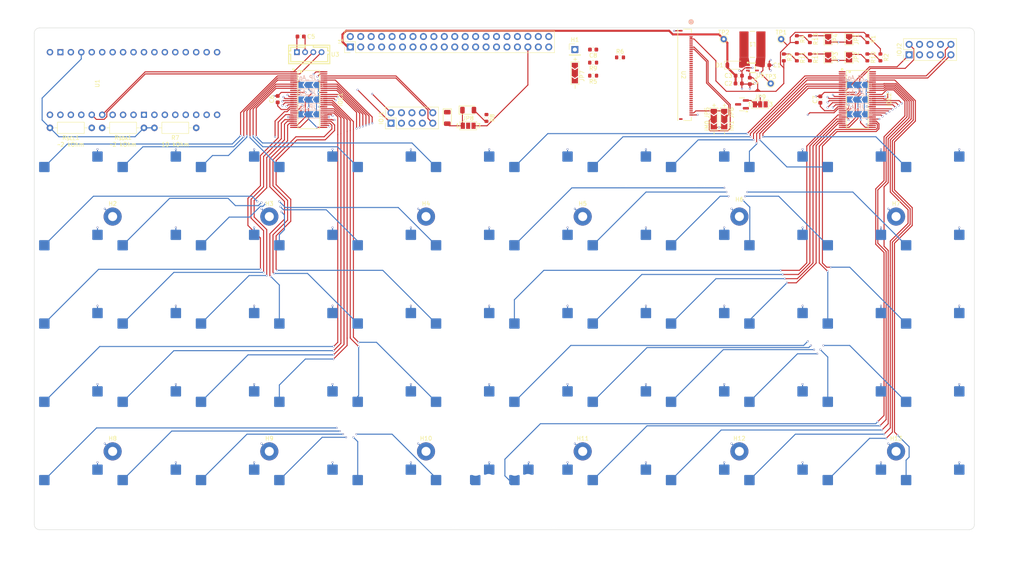
<source format=kicad_pcb>
(kicad_pcb
	(version 20241229)
	(generator "pcbnew")
	(generator_version "9.0")
	(general
		(thickness 1.6)
		(legacy_teardrops no)
	)
	(paper "A4")
	(layers
		(0 "F.Cu" signal)
		(4 "In1.Cu" signal)
		(6 "In2.Cu" signal)
		(2 "B.Cu" signal)
		(9 "F.Adhes" user "F.Adhesive")
		(11 "B.Adhes" user "B.Adhesive")
		(13 "F.Paste" user)
		(15 "B.Paste" user)
		(5 "F.SilkS" user "F.Silkscreen")
		(7 "B.SilkS" user "B.Silkscreen")
		(1 "F.Mask" user)
		(3 "B.Mask" user)
		(17 "Dwgs.User" user "User.Drawings")
		(19 "Cmts.User" user "User.Comments")
		(21 "Eco1.User" user "User.Eco1")
		(23 "Eco2.User" user "User.Eco2")
		(25 "Edge.Cuts" user)
		(27 "Margin" user)
		(31 "F.CrtYd" user "F.Courtyard")
		(29 "B.CrtYd" user "B.Courtyard")
		(35 "F.Fab" user)
		(33 "B.Fab" user)
		(39 "User.1" user)
		(41 "User.2" user)
		(43 "User.3" user)
		(45 "User.4" user)
		(47 "User.5" user)
		(49 "User.6" user)
		(51 "User.7" user)
		(53 "User.8" user)
		(55 "User.9" user)
	)
	(setup
		(stackup
			(layer "F.SilkS"
				(type "Top Silk Screen")
			)
			(layer "F.Paste"
				(type "Top Solder Paste")
			)
			(layer "F.Mask"
				(type "Top Solder Mask")
				(thickness 0.01)
			)
			(layer "F.Cu"
				(type "copper")
				(thickness 0.035)
			)
			(layer "dielectric 1"
				(type "prepreg")
				(thickness 0.1)
				(material "FR4")
				(epsilon_r 4.5)
				(loss_tangent 0.02)
			)
			(layer "In1.Cu"
				(type "copper")
				(thickness 0.035)
			)
			(layer "dielectric 2"
				(type "core")
				(thickness 1.24)
				(material "FR4")
				(epsilon_r 4.5)
				(loss_tangent 0.02)
			)
			(layer "In2.Cu"
				(type "copper")
				(thickness 0.035)
			)
			(layer "dielectric 3"
				(type "prepreg")
				(thickness 0.1)
				(material "FR4")
				(epsilon_r 4.5)
				(loss_tangent 0.02)
			)
			(layer "B.Cu"
				(type "copper")
				(thickness 0.035)
			)
			(layer "B.Mask"
				(type "Bottom Solder Mask")
				(thickness 0.01)
			)
			(layer "B.Paste"
				(type "Bottom Solder Paste")
			)
			(layer "B.SilkS"
				(type "Bottom Silk Screen")
			)
			(copper_finish "HAL lead-free")
			(dielectric_constraints no)
		)
		(pad_to_mask_clearance 0)
		(allow_soldermask_bridges_in_footprints no)
		(tenting front back)
		(pcbplotparams
			(layerselection 0x00000000_00000000_55555555_5755f5ff)
			(plot_on_all_layers_selection 0x00000000_00000000_00000000_00000000)
			(disableapertmacros no)
			(usegerberextensions no)
			(usegerberattributes yes)
			(usegerberadvancedattributes yes)
			(creategerberjobfile yes)
			(dashed_line_dash_ratio 12.000000)
			(dashed_line_gap_ratio 3.000000)
			(svgprecision 4)
			(plotframeref no)
			(mode 1)
			(useauxorigin no)
			(hpglpennumber 1)
			(hpglpenspeed 20)
			(hpglpendiameter 15.000000)
			(pdf_front_fp_property_popups yes)
			(pdf_back_fp_property_popups yes)
			(pdf_metadata yes)
			(pdf_single_document no)
			(dxfpolygonmode yes)
			(dxfimperialunits yes)
			(dxfusepcbnewfont yes)
			(psnegative no)
			(psa4output no)
			(plot_black_and_white yes)
			(sketchpadsonfab no)
			(plotpadnumbers no)
			(hidednponfab no)
			(sketchdnponfab yes)
			(crossoutdnponfab yes)
			(subtractmaskfromsilk no)
			(outputformat 1)
			(mirror no)
			(drillshape 1)
			(scaleselection 1)
			(outputdirectory "")
		)
	)
	(net 0 "")
	(net 1 "/LEDA_{TFT}")
	(net 2 "/LEDK_{TFT}")
	(net 3 "+3.3V")
	(net 4 "+5V")
	(net 5 "Net-(D2-A)")
	(net 6 "~{RST}")
	(net 7 "/~{RST_{TFT{slash}TP}}")
	(net 8 "/CS_{SPI{slash}TFT}")
	(net 9 "/Switch Matrix Left Half/SWPIN_{4,2}")
	(net 10 "/Switch Matrix Left Half/SWPIN_{0,2}")
	(net 11 "/Switch Matrix Left Half/SWPIN_{1,7}")
	(net 12 "/Switch Matrix Left Half/SWPIN_{3,7}")
	(net 13 "/Switch Matrix Left Half/SWPIN_{4,6}")
	(net 14 "/Switch Matrix Left Half/SWPIN_{3,5}")
	(net 15 "/Switch Matrix Left Half/SWPIN_{4,0}")
	(net 16 "/Switch Matrix Left Half/SWPIN_{2,1}")
	(net 17 "/Switch Matrix Left Half/SWPIN_{0,6}")
	(net 18 "/INT_{LR}")
	(net 19 "/Switch Matrix Left Half/SWPIN_{2,0}")
	(net 20 "/Switch Matrix Left Half/SWPIN_{1,2}")
	(net 21 "/Switch Matrix Left Half/SWPIN_{0,7}")
	(net 22 "/Switch Matrix Left Half/SWPIN_{0,4}")
	(net 23 "/Switch Matrix Left Half/SWPIN_{1,5}")
	(net 24 "/Switch Matrix Left Half/SWPIN_{2,2}")
	(net 25 "/Switch Matrix Left Half/SWPIN_{3,3}")
	(net 26 "/Switch Matrix Left Half/SWPIN_{4,3}")
	(net 27 "Net-(IOE1-A2)")
	(net 28 "/Switch Matrix Left Half/SWPIN_{2,6}")
	(net 29 "/Switch Matrix Left Half/SWPIN_{3,0}")
	(net 30 "/Switch Matrix Left Half/SWPIN_{4,7}")
	(net 31 "/Switch Matrix Left Half/SWPIN_{1,0}")
	(net 32 "Net-(IOE1-A0)")
	(net 33 "/Switch Matrix Left Half/SWPIN_{1,3}")
	(net 34 "/Switch Matrix Left Half/SWPIN_{1,4}")
	(net 35 "/Switch Matrix Left Half/SWPIN_{2,4}")
	(net 36 "/Switch Matrix Left Half/SWPIN_{2,5}")
	(net 37 "Net-(IOE1-A1)")
	(net 38 "/Switch Matrix Left Half/SWPIN_{3,1}")
	(net 39 "SCL")
	(net 40 "/Switch Matrix Left Half/SWPIN_{4,4}")
	(net 41 "/Switch Matrix Left Half/SWPIN_{0,0}")
	(net 42 "/Switch Matrix Left Half/SWPIN_{4,5}")
	(net 43 "/Switch Matrix Left Half/SWPIN_{3,6}")
	(net 44 "/Switch Matrix Left Half/SWPIN_{4,1}")
	(net 45 "/Switch Matrix Left Half/SWPIN_{1,1}")
	(net 46 "/Switch Matrix Left Half/SWPIN_{3,4}")
	(net 47 "/Switch Matrix Left Half/SWPIN_{0,3}")
	(net 48 "/Switch Matrix Left Half/SWPIN_{1,6}")
	(net 49 "/Switch Matrix Left Half/SWPIN_{2,7}")
	(net 50 "/Switch Matrix Left Half/SWPIN_{3,2}")
	(net 51 "SDA")
	(net 52 "/Switch Matrix Left Half/SWPIN_{2,3}")
	(net 53 "/Switch Matrix Left Half/SWPIN_{0,5}")
	(net 54 "/Switch Matrix Left Half/SWPIN_{0,1}")
	(net 55 "/Switch Matrix Right Half/SWPIN_{1,6}")
	(net 56 "/Switch Matrix Right Half/SWPIN_{4,4}")
	(net 57 "/Switch Matrix Right Half/SWPIN_{3,4}")
	(net 58 "Net-(IOE2-A0)")
	(net 59 "/Switch Matrix Right Half/SWPIN_{1,0}")
	(net 60 "/Switch Matrix Right Half/SWPIN_{2,3}")
	(net 61 "/Switch Matrix Right Half/SWPIN_{3,6}")
	(net 62 "Net-(IOE2-A1)")
	(net 63 "/Switch Matrix Right Half/SWPIN_{3,0}")
	(net 64 "/Switch Matrix Right Half/SWPIN_{0,2}")
	(net 65 "/Switch Matrix Right Half/SWPIN_{3,2}")
	(net 66 "/Switch Matrix Right Half/SWPIN_{1,3}")
	(net 67 "/Switch Matrix Right Half/SWPIN_{4,6}")
	(net 68 "/Switch Matrix Right Half/SWPIN_{2,4}")
	(net 69 "/Switch Matrix Right Half/SWPIN_{2,6}")
	(net 70 "/Switch Matrix Right Half/SWPIN_{1,4}")
	(net 71 "/Switch Matrix Right Half/SWPIN_{3,7}")
	(net 72 "/Switch Matrix Right Half/SWPIN_{3,5}")
	(net 73 "/Switch Matrix Right Half/SWPIN_{2,5}")
	(net 74 "/Switch Matrix Right Half/SWPIN_{4,5}")
	(net 75 "/Switch Matrix Right Half/SWPIN_{2,0}")
	(net 76 "unconnected-(U1-VBAT-Pad1)")
	(net 77 "/Switch Matrix Right Half/SWPIN_{4,0}")
	(net 78 "GND")
	(net 79 "/Switch Matrix Right Half/SWPIN_{1,2}")
	(net 80 "/Switch Matrix Right Half/SWPIN_{0,3}")
	(net 81 "/Switch Matrix Right Half/SWPIN_{0,7}")
	(net 82 "Net-(IOE2-A2)")
	(net 83 "/Switch Matrix Right Half/SWPIN_{2,2}")
	(net 84 "/Switch Matrix Right Half/SWPIN_{0,1}")
	(net 85 "/Switch Matrix Right Half/SWPIN_{0,4}")
	(net 86 "/Switch Matrix Right Half/SWPIN_{4,7}")
	(net 87 "/Switch Matrix Right Half/SWPIN_{0,0}")
	(net 88 "/Switch Matrix Right Half/SWPIN_{4,3}")
	(net 89 "/Switch Matrix Right Half/SWPIN_{2,7}")
	(net 90 "/Switch Matrix Right Half/SWPIN_{1,1}")
	(net 91 "/Switch Matrix Right Half/SWPIN_{0,5}")
	(net 92 "/Switch Matrix Right Half/SWPIN_{4,2}")
	(net 93 "/Switch Matrix Right Half/SWPIN_{0,6}")
	(net 94 "/Switch Matrix Right Half/SWPIN_{3,1}")
	(net 95 "/G5")
	(net 96 "/Switch Matrix Right Half/SWPIN_{2,1}")
	(net 97 "/Switch Matrix Right Half/SWPIN_{1,7}")
	(net 98 "/Switch Matrix Right Half/SWPIN_{4,1}")
	(net 99 "/Switch Matrix Right Half/SWPIN_{1,5}")
	(net 100 "/R1")
	(net 101 "/R5")
	(net 102 "/B1")
	(net 103 "/G2")
	(net 104 "/Switch Matrix Right Half/SWPIN_{3,3}")
	(net 105 "/SCK_{SPI}")
	(net 106 "/HSYNC_{TFT}")
	(net 107 "/B4")
	(net 108 "/G4")
	(net 109 "/MOSI_{SPI}")
	(net 110 "/IM0")
	(net 111 "+3.3V_{LDO2}")
	(net 112 "/G3")
	(net 113 "/DE_{TFT}")
	(net 114 "/IM1")
	(net 115 "/G1")
	(net 116 "/B2")
	(net 117 "/G0")
	(net 118 "/INT_{TP}")
	(net 119 "/R3")
	(net 120 "Net-(J1-Pin_12)")
	(net 121 "/R2")
	(net 122 "/VSYNC_{TFT}")
	(net 123 "Net-(JP1-A)")
	(net 124 "/B5")
	(net 125 "Net-(JP2-A)")
	(net 126 "/R4")
	(net 127 "Net-(JP3-A)")
	(net 128 "Net-(JP4-A)")
	(net 129 "/B3")
	(net 130 "/INT_{TP}{slash}~{RST_{TFT{slash}TP}}")
	(net 131 "Net-(JP9-A)")
	(net 132 "Net-(Q1-G)")
	(net 133 "/PCLK_{TFT}")
	(net 134 "/BGPWM_{TFT}")
	(net 135 "Net-(R10-Pad1)")
	(net 136 "Net-(R11-Pad2)")
	(net 137 "Net-(R13-Pad2)")
	(net 138 "Net-(R11-Pad1)")
	(net 139 "Net-(JP7-C)")
	(net 140 "/Backlight Boost Converter/VIN_{BST}")
	(net 141 "/Backlight Boost Converter/SW_{BST}")
	(footprint "easyeda2kicad:TSSOP-56_L14.0-W6.1-P0.50-LS8.1-BL" (layer "F.Cu") (at 226.17 55.98 -90))
	(footprint "MountingHole:MountingHole_2.2mm_M2_Pad" (layer "F.Cu") (at 197.485 141.605))
	(footprint "easyeda2kicad:TSSOP-56_L14.0-W6.1-P0.50-LS8.1-BL" (layer "F.Cu") (at 92.77 55.99 -90))
	(footprint "Resistor_SMD:R_0603_1608Metric" (layer "F.Cu") (at 214.63 41.275 -90))
	(footprint "Project_Library:CONN_F3311A7H121040E200_AMP" (layer "F.Cu") (at 184.15 49.975 -90))
	(footprint "easyeda2kicad:CONN-TH_B4B-PH-K-LF-SN" (layer "F.Cu") (at 92.885 44.45 180))
	(footprint "Capacitor_SMD:C_0603_1608Metric" (layer "F.Cu") (at 203.975 47.625))
	(footprint "Resistor_SMD:R_0603_1608Metric" (layer "F.Cu") (at 211.455 41.275 -90))
	(footprint "TestPoint:TestPoint_THTPad_D1.5mm_Drill0.7mm" (layer "F.Cu") (at 207.645 41.275))
	(footprint "Resistor_THT:R_Axial_DIN0207_L6.3mm_D2.5mm_P10.16mm_Horizontal" (layer "F.Cu") (at 55.245 62.865))
	(footprint "Resistor_SMD:R_0603_1608Metric" (layer "F.Cu") (at 168.465 45.72))
	(footprint "Connector_PinHeader_2.54mm:PinHeader_2x05_P2.54mm_Vertical" (layer "F.Cu") (at 112.776 61.727 90))
	(footprint "Project_Library:IND_BOURNS_SRR5028" (layer "F.Cu") (at 200.66 42.545 180))
	(footprint "MountingHole:MountingHole_2.2mm_M2_Pad" (layer "F.Cu") (at 121.285 84.455))
	(footprint "UnexpectedMaker:ProS3_TH" (layer "F.Cu") (at 50.165 52.05 90))
	(footprint "Diode_SMD:D_SOD-123" (layer "F.Cu") (at 196.215 47.625))
	(footprint "Resistor_SMD:R_0603_1608Metric" (layer "F.Cu") (at 211.455 45.72 -90))
	(footprint "Resistor_SMD:R_0603_1608Metric" (layer "F.Cu") (at 228.6 41.275 -90))
	(footprint "Connector_PinHeader_2.54mm:PinHeader_1x01_P2.54mm_Vertical" (layer "F.Cu") (at 157.48 43.815))
	(footprint "MountingHole:MountingHole_2.2mm_M2_Pad" (layer "F.Cu") (at 45.085 84.455))
	(footprint "Resistor_SMD:R_0603_1608Metric" (layer "F.Cu") (at 135.987 60.452 -90))
	(footprint "Jumper:SolderJumper-2_P1.3mm_Open_TrianglePad1.0x1.5mm" (layer "F.Cu") (at 224.155 41.275 -90))
	(footprint "MountingHole:MountingHole_2.2mm_M2_Pad" (layer "F.Cu") (at 83.185 141.605))
	(footprint "Jumper:SolderJumper-2_P1.3mm_Open_TrianglePad1.0x1.5mm" (layer "F.Cu") (at 224.155 45.72 -90))
	(footprint "Capacitor_SMD:C_0603_1608Metric" (layer "F.Cu") (at 217.17 55.98 90))
	(footprint "Resistor_THT:R_Axial_DIN0207_L6.3mm_D2.5mm_P10.16mm_Horizontal" (layer "F.Cu") (at 29.845 62.865))
	(footprint "PCM_JLCPCB:Q_SOT-23" (layer "F.Cu") (at 198.12 57.15 180))
	(footprint "Jumper:SolderJumper-3_P1.3mm_Open_Pad1.0x1.5mm_NumberLabels" (layer "F.Cu") (at 131.542 62.357))
	(footprint "MountingHole:MountingHole_2.2mm_M2_Pad" (layer "F.Cu") (at 159.385 84.455))
	(footprint "Jumper:SolderJumper-2_P1.3mm_Open_TrianglePad1.0x1.5mm" (layer "F.Cu") (at 219.075 45.72 -90))
	(footprint "MountingHole:MountingHole_2.2mm_M2_Pad" (layer "F.Cu") (at 235.585 84.455))
	(footprint "Resistor_SMD:R_0603_1608Metric" (layer "F.Cu") (at 208.28 45.72 -90))
	(footprint "Jumper:SolderJumper-2_P1.3mm_Open_TrianglePad1.0x1.5mm" (layer "F.Cu") (at 219.075 41.275 -90))
	(footprint "PCM_JLCPCB:D_SOD-123FL" (layer "F.Cu") (at 126.462 60.452 -90))
	(footprint "Resistor_SMD:R_0603_1608Metric"
		(layer "F.Cu")
		(uuid "94b58f35-dc6e-4854-b9bc-c8f92f6a87af")
		(at 231.775 45.72 -90)
		(descr "Resistor SMD 0603 (1608 Metric), square (rectangular) end terminal, IPC-7351 nominal, (Body size source: IPC-SM-782 page 72, https://www.pcb-3d.com/wordpress/wp-content/uploads/ipc-sm-782a_amendment_1_and_2.pdf), generated with kicad-footprint-generator")
		(tags "resistor")
		(property "Reference" "R2"
			(at 0 -1.43 90)
			(layer "F.SilkS")
			(uuid "042f0d98-1a2e-478a-96c6-c3626378b53a")
			(effects
				(font
					(size 1 1)
					(thickness 0.15)
				)
			)
		)
		(property "Value" "20 Ohm"
			(at 0 1.43 90)
			(layer "F.Fab")
			(uuid "116e6338-158d-4e2a-8b93-de31b57d2a5d")
			(effects
				(font
					(size 1 1)
					(thickness 0.15)
				)
			)
		)
		(property "Datasheet" "~"
			(at 0 0 90)
			(layer "F.Fab")
			(hide yes)
			(uuid "c8cb7783-45f9-45ea-ad15-07e692b9fee5")
			(effects
				(font
					(size 1.27 1.27)
					(thickness 0.15)
				)
			)
		)
		(property "Description" "Resistor"
			(at 0 0 90)
			(layer "F.Fab")
			(hide yes)
			(uuid "8c6cd404-fea5-4054-8257-77977a8d902d")
			(effects
				(font
					(size 1.27 1.27)
					(thickness 0.15)
				)
			)
		)
		(property "LCSC" ""
			(at 0 0 90)
			(layer "F.SilkS")
			(hide yes)
			(uuid "4292f85d-c8e0-4f0e-9d0f-21108b697875")
			(effects
				(font
					(size 1.27 1.27)
					(thickness 0.15)
				)
			)
		)
		(property ki_fp_filters "R_*")
		(path "/628f2de5-a5de-421c-af90-8153f9f7644b/22abb952-478a-46a0-ada1-733d1b8a97b5")
		(sheetname "/Backlight Boost Converter/")
		(sheetfile "backlight_boost_converter.kicad_sch")
		(attr smd)
		(fp_line
			(start -0.237258 0.5225)
			(end 0.237258 0.5225)
			(stroke
				(width 0.12)
				(type solid)
			)
			(layer "F.SilkS")
			(uuid "f941ef98-b5f4-4475-bc23-6ae9ba3efb5d")
		)
		(fp_line
			(start -0.237258 -0.5225)
			(end 0.237258 -0.5225)
			(stroke
				(width 0.12)
				(type solid)
			)
			(layer "F.SilkS")
			(uuid "6885c2c4-4ae2-4a8a-8299-1ada162b06f8")
		)
		(fp_line
			(start -1.48 0.73)
			(end -1.48 -0.73)
			(stroke
				(width 0.05)
				(type solid)
			)
			(layer "F.CrtYd")
			(uuid "801a5bfe-1fe3-47b6-b7ae-415b0c2ddce4")
		)
		(fp_line
			(start 1.48 0.73)
			(end -1.48 0.73)
			(stroke
				(width 0.05)
				(type solid)
			)
			(layer "F.CrtYd")
			(uuid "f6eebaee-b194-41b2-b05d-65841cf32eb6")
		)
		(fp_line
			(start -1.48 -0.73)
			(end 1.48 -0.73)
			(stroke
				(width 0.05)

... [1537061 chars truncated]
</source>
